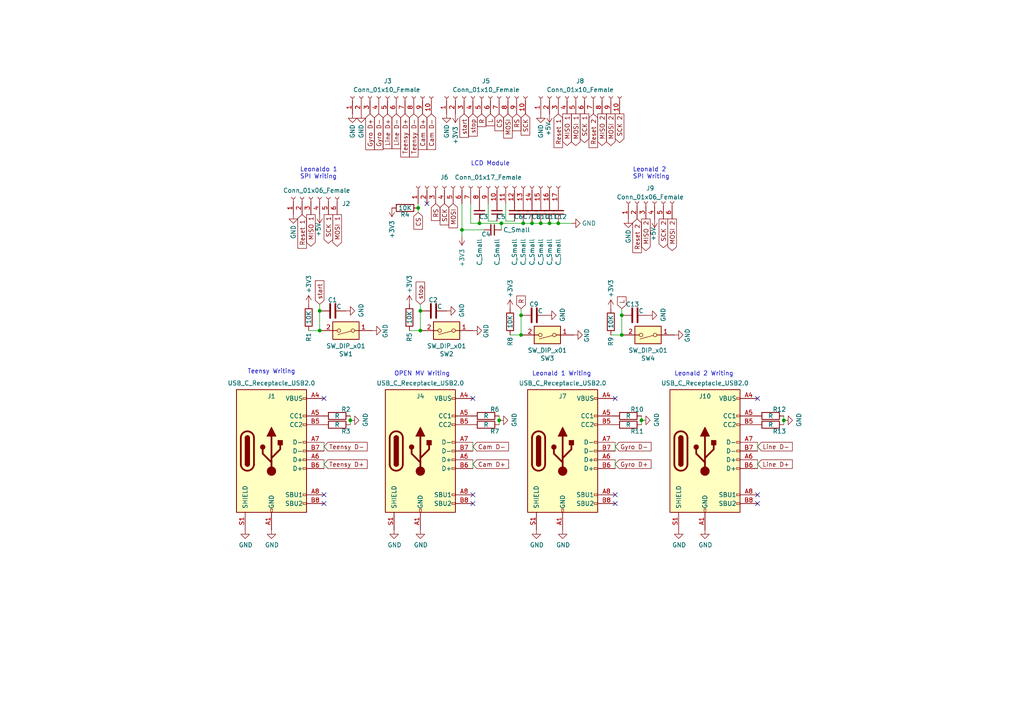
<source format=kicad_sch>
(kicad_sch (version 20211123) (generator eeschema)
  (paper "A4")
  (lib_symbols
    (symbol "Connector:Conn_01x06_Female" (pin_names (offset 1.016) hide)
      (property "Reference" "J" (at 0 7.62 0))
      (property "Value" "Conn_01x06_Female" (at 0 -10.16 0))
      (symbol "Conn_01x06_Female_1_1"
        (arc (start 0 -7.112) (mid -0.508 -7.62) (end 0 -8.128) (stroke (width 0.1524)))
        (arc (start 0 -4.572) (mid -0.508 -5.08) (end 0 -5.588) (stroke (width 0.1524)))
        (arc (start 0 -2.032) (mid -0.508 -2.54) (end 0 -3.048) (stroke (width 0.1524)))
        (polyline (pts (xy -1.27 -7.62) (xy -0.508 -7.62)) (stroke (width 0.1524)))
        (polyline (pts (xy -1.27 -5.08) (xy -0.508 -5.08)) (stroke (width 0.1524)))
        (polyline (pts (xy -1.27 -2.54) (xy -0.508 -2.54)) (stroke (width 0.1524)))
        (polyline (pts (xy -1.27 0) (xy -0.508 0)) (stroke (width 0.1524)))
        (polyline (pts (xy -1.27 2.54) (xy -0.508 2.54)) (stroke (width 0.1524)))
        (polyline (pts (xy -1.27 5.08) (xy -0.508 5.08)) (stroke (width 0.1524)))
        (arc (start 0 0.508) (mid -0.508 0) (end 0 -0.508) (stroke (width 0.1524)))
        (arc (start 0 3.048) (mid -0.508 2.54) (end 0 2.032) (stroke (width 0.1524)))
        (arc (start 0 5.588) (mid -0.508 5.08) (end 0 4.572) (stroke (width 0.1524)))
        (pin passive line (at -5.08 5.08 0) (length 3.81) (name "Pin_1") (number "1"))
        (pin passive line (at -5.08 2.54 0) (length 3.81) (name "Pin_2") (number "2"))
        (pin passive line (at -5.08 0 0) (length 3.81) (name "Pin_3") (number "3"))
        (pin passive line (at -5.08 -2.54 0) (length 3.81) (name "Pin_4") (number "4"))
        (pin passive line (at -5.08 -5.08 0) (length 3.81) (name "Pin_5") (number "5"))
        (pin passive line (at -5.08 -7.62 0) (length 3.81) (name "Pin_6") (number "6"))
      )
    )
    (symbol "Connector:Conn_01x10_Female" (pin_names (offset 1.016) hide)
      (property "Reference" "J" (at 0 12.7 0))
      (property "Value" "Conn_01x10_Female" (at 0 -15.24 0))
      (symbol "Conn_01x10_Female_1_1"
        (arc (start 0 -12.192) (mid -0.508 -12.7) (end 0 -13.208) (stroke (width 0.1524)))
        (arc (start 0 -9.652) (mid -0.508 -10.16) (end 0 -10.668) (stroke (width 0.1524)))
        (arc (start 0 -7.112) (mid -0.508 -7.62) (end 0 -8.128) (stroke (width 0.1524)))
        (arc (start 0 -4.572) (mid -0.508 -5.08) (end 0 -5.588) (stroke (width 0.1524)))
        (arc (start 0 -2.032) (mid -0.508 -2.54) (end 0 -3.048) (stroke (width 0.1524)))
        (polyline (pts (xy -1.27 -12.7) (xy -0.508 -12.7)) (stroke (width 0.1524)))
        (polyline (pts (xy -1.27 -10.16) (xy -0.508 -10.16)) (stroke (width 0.1524)))
        (polyline (pts (xy -1.27 -7.62) (xy -0.508 -7.62)) (stroke (width 0.1524)))
        (polyline (pts (xy -1.27 -5.08) (xy -0.508 -5.08)) (stroke (width 0.1524)))
        (polyline (pts (xy -1.27 -2.54) (xy -0.508 -2.54)) (stroke (width 0.1524)))
        (polyline (pts (xy -1.27 0) (xy -0.508 0)) (stroke (width 0.1524)))
        (polyline (pts (xy -1.27 2.54) (xy -0.508 2.54)) (stroke (width 0.1524)))
        (polyline (pts (xy -1.27 5.08) (xy -0.508 5.08)) (stroke (width 0.1524)))
        (polyline (pts (xy -1.27 7.62) (xy -0.508 7.62)) (stroke (width 0.1524)))
        (polyline (pts (xy -1.27 10.16) (xy -0.508 10.16)) (stroke (width 0.1524)))
        (arc (start 0 0.508) (mid -0.508 0) (end 0 -0.508) (stroke (width 0.1524)))
        (arc (start 0 3.048) (mid -0.508 2.54) (end 0 2.032) (stroke (width 0.1524)))
        (arc (start 0 5.588) (mid -0.508 5.08) (end 0 4.572) (stroke (width 0.1524)))
        (arc (start 0 8.128) (mid -0.508 7.62) (end 0 7.112) (stroke (width 0.1524)))
        (arc (start 0 10.668) (mid -0.508 10.16) (end 0 9.652) (stroke (width 0.1524)))
        (pin passive line (at -5.08 10.16 0) (length 3.81) (name "Pin_1") (number "1"))
        (pin passive line (at -5.08 -12.7 0) (length 3.81) (name "Pin_10") (number "10"))
        (pin passive line (at -5.08 7.62 0) (length 3.81) (name "Pin_2") (number "2"))
        (pin passive line (at -5.08 5.08 0) (length 3.81) (name "Pin_3") (number "3"))
        (pin passive line (at -5.08 2.54 0) (length 3.81) (name "Pin_4") (number "4"))
        (pin passive line (at -5.08 0 0) (length 3.81) (name "Pin_5") (number "5"))
        (pin passive line (at -5.08 -2.54 0) (length 3.81) (name "Pin_6") (number "6"))
        (pin passive line (at -5.08 -5.08 0) (length 3.81) (name "Pin_7") (number "7"))
        (pin passive line (at -5.08 -7.62 0) (length 3.81) (name "Pin_8") (number "8"))
        (pin passive line (at -5.08 -10.16 0) (length 3.81) (name "Pin_9") (number "9"))
      )
    )
    (symbol "Connector:Conn_01x17_Female" (pin_names (offset 1.016) hide)
      (property "Reference" "J" (at 0 22.86 0))
      (property "Value" "Conn_01x17_Female" (at 0 -22.86 0))
      (symbol "Conn_01x17_Female_1_1"
        (arc (start 0 -19.812) (mid -0.508 -20.32) (end 0 -20.828) (stroke (width 0.1524)))
        (arc (start 0 -17.272) (mid -0.508 -17.78) (end 0 -18.288) (stroke (width 0.1524)))
        (arc (start 0 -14.732) (mid -0.508 -15.24) (end 0 -15.748) (stroke (width 0.1524)))
        (arc (start 0 -12.192) (mid -0.508 -12.7) (end 0 -13.208) (stroke (width 0.1524)))
        (arc (start 0 -9.652) (mid -0.508 -10.16) (end 0 -10.668) (stroke (width 0.1524)))
        (arc (start 0 -7.112) (mid -0.508 -7.62) (end 0 -8.128) (stroke (width 0.1524)))
        (arc (start 0 -4.572) (mid -0.508 -5.08) (end 0 -5.588) (stroke (width 0.1524)))
        (arc (start 0 -2.032) (mid -0.508 -2.54) (end 0 -3.048) (stroke (width 0.1524)))
        (polyline (pts (xy -1.27 -20.32) (xy -0.508 -20.32)) (stroke (width 0.1524)))
        (polyline (pts (xy -1.27 -17.78) (xy -0.508 -17.78)) (stroke (width 0.1524)))
        (polyline (pts (xy -1.27 -15.24) (xy -0.508 -15.24)) (stroke (width 0.1524)))
        (polyline (pts (xy -1.27 -12.7) (xy -0.508 -12.7)) (stroke (width 0.1524)))
        (polyline (pts (xy -1.27 -10.16) (xy -0.508 -10.16)) (stroke (width 0.1524)))
        (polyline (pts (xy -1.27 -7.62) (xy -0.508 -7.62)) (stroke (width 0.1524)))
        (polyline (pts (xy -1.27 -5.08) (xy -0.508 -5.08)) (stroke (width 0.1524)))
        (polyline (pts (xy -1.27 -2.54) (xy -0.508 -2.54)) (stroke (width 0.1524)))
        (polyline (pts (xy -1.27 0) (xy -0.508 0)) (stroke (width 0.1524)))
        (polyline (pts (xy -1.27 2.54) (xy -0.508 2.54)) (stroke (width 0.1524)))
        (polyline (pts (xy -1.27 5.08) (xy -0.508 5.08)) (stroke (width 0.1524)))
        (polyline (pts (xy -1.27 7.62) (xy -0.508 7.62)) (stroke (width 0.1524)))
        (polyline (pts (xy -1.27 10.16) (xy -0.508 10.16)) (stroke (width 0.1524)))
        (polyline (pts (xy -1.27 12.7) (xy -0.508 12.7)) (stroke (width 0.1524)))
        (polyline (pts (xy -1.27 15.24) (xy -0.508 15.24)) (stroke (width 0.1524)))
        (polyline (pts (xy -1.27 17.78) (xy -0.508 17.78)) (stroke (width 0.1524)))
        (polyline (pts (xy -1.27 20.32) (xy -0.508 20.32)) (stroke (width 0.1524)))
        (arc (start 0 0.508) (mid -0.508 0) (end 0 -0.508) (stroke (width 0.1524)))
        (arc (start 0 3.048) (mid -0.508 2.54) (end 0 2.032) (stroke (width 0.1524)))
        (arc (start 0 5.588) (mid -0.508 5.08) (end 0 4.572) (stroke (width 0.1524)))
        (arc (start 0 8.128) (mid -0.508 7.62) (end 0 7.112) (stroke (width 0.1524)))
        (arc (start 0 10.668) (mid -0.508 10.16) (end 0 9.652) (stroke (width 0.1524)))
        (arc (start 0 13.208) (mid -0.508 12.7) (end 0 12.192) (stroke (width 0.1524)))
        (arc (start 0 15.748) (mid -0.508 15.24) (end 0 14.732) (stroke (width 0.1524)))
        (arc (start 0 18.288) (mid -0.508 17.78) (end 0 17.272) (stroke (width 0.1524)))
        (arc (start 0 20.828) (mid -0.508 20.32) (end 0 19.812) (stroke (width 0.1524)))
        (pin passive line (at -5.08 20.32 0) (length 3.81) (name "Pin_1") (number "1"))
        (pin passive line (at -5.08 -2.54 0) (length 3.81) (name "Pin_10") (number "10"))
        (pin passive line (at -5.08 -5.08 0) (length 3.81) (name "Pin_11") (number "11"))
        (pin passive line (at -5.08 -7.62 0) (length 3.81) (name "Pin_12") (number "12"))
        (pin passive line (at -5.08 -10.16 0) (length 3.81) (name "Pin_13") (number "13"))
        (pin passive line (at -5.08 -12.7 0) (length 3.81) (name "Pin_14") (number "14"))
        (pin passive line (at -5.08 -15.24 0) (length 3.81) (name "Pin_15") (number "15"))
        (pin passive line (at -5.08 -17.78 0) (length 3.81) (name "Pin_16") (number "16"))
        (pin passive line (at -5.08 -20.32 0) (length 3.81) (name "Pin_17") (number "17"))
        (pin passive line (at -5.08 17.78 0) (length 3.81) (name "Pin_2") (number "2"))
        (pin passive line (at -5.08 15.24 0) (length 3.81) (name "Pin_3") (number "3"))
        (pin passive line (at -5.08 12.7 0) (length 3.81) (name "Pin_4") (number "4"))
        (pin passive line (at -5.08 10.16 0) (length 3.81) (name "Pin_5") (number "5"))
        (pin passive line (at -5.08 7.62 0) (length 3.81) (name "Pin_6") (number "6"))
        (pin passive line (at -5.08 5.08 0) (length 3.81) (name "Pin_7") (number "7"))
        (pin passive line (at -5.08 2.54 0) (length 3.81) (name "Pin_8") (number "8"))
        (pin passive line (at -5.08 0 0) (length 3.81) (name "Pin_9") (number "9"))
      )
    )
    (symbol "Connector:USB_C_Receptacle_USB2.0" (pin_names (offset 1.016))
      (property "Reference" "J" (at -10.16 19.05 0))
      (property "Value" "USB_C_Receptacle_USB2.0" (at 19.05 19.05 0))
      (symbol "USB_C_Receptacle_USB2.0_0_0"
        (rectangle (start -0.254 -17.78) (end 0.254 -16.764))
        (rectangle (start 10.16 -14.986) (end 9.144 -15.494))
        (rectangle (start 10.16 -12.446) (end 9.144 -12.954))
        (rectangle (start 10.16 -4.826) (end 9.144 -5.334))
        (rectangle (start 10.16 -2.286) (end 9.144 -2.794))
        (rectangle (start 10.16 0.254) (end 9.144 -0.254))
        (rectangle (start 10.16 2.794) (end 9.144 2.286))
        (rectangle (start 10.16 7.874) (end 9.144 7.366))
        (rectangle (start 10.16 10.414) (end 9.144 9.906))
        (rectangle (start 10.16 15.494) (end 9.144 14.986))
      )
      (symbol "USB_C_Receptacle_USB2.0_0_1"
        (rectangle (start -10.16 17.78) (end 10.16 -17.78) (stroke (width 0.254)) (fill (type background)))
        (arc (start -8.89 -3.81) (mid -6.985 -5.715) (end -5.08 -3.81) (stroke (width 0.508)))
        (arc (start -7.62 -3.81) (mid -6.985 -4.445) (end -6.35 -3.81) (stroke (width 0.254)))
        (arc (start -7.62 -3.81) (mid -6.985 -4.445) (end -6.35 -3.81) (stroke (width 0.254)) (fill (type outline)))
        (rectangle (start -7.62 -3.81) (end -6.35 3.81) (stroke (width 0.254)) (fill (type outline)))
        (arc (start -6.35 3.81) (mid -6.985 4.445) (end -7.62 3.81) (stroke (width 0.254)))
        (arc (start -6.35 3.81) (mid -6.985 4.445) (end -7.62 3.81) (stroke (width 0.254)) (fill (type outline)))
        (arc (start -5.08 3.81) (mid -6.985 5.715) (end -8.89 3.81) (stroke (width 0.508)))
        (circle (center -2.54 1.143) (radius 0.635) (stroke (width 0.254)) (fill (type outline)))
        (circle (center 0 -5.842) (radius 1.27) (fill (type outline)))
        (polyline (pts (xy -8.89 -3.81) (xy -8.89 3.81)) (stroke (width 0.508)))
        (polyline (pts (xy -5.08 3.81) (xy -5.08 -3.81)) (stroke (width 0.508)))
        (polyline (pts (xy 0 -5.842) (xy 0 4.318)) (stroke (width 0.508)))
        (polyline (pts (xy 0 -3.302) (xy -2.54 -0.762) (xy -2.54 0.508)) (stroke (width 0.508)))
        (polyline (pts (xy 0 -2.032) (xy 2.54 0.508) (xy 2.54 1.778)) (stroke (width 0.508)))
        (polyline (pts (xy -1.27 4.318) (xy 0 6.858) (xy 1.27 4.318) (xy -1.27 4.318)) (stroke (width 0.254)) (fill (type outline)))
        (rectangle (start 1.905 1.778) (end 3.175 3.048) (stroke (width 0.254)) (fill (type outline)))
      )
      (symbol "USB_C_Receptacle_USB2.0_1_1"
        (pin passive line (at 0 -22.86 90) (length 5.08) (name "GND") (number "A1"))
        (pin passive line (at 0 -22.86 90) (length 5.08) hide (name "GND") (number "A12"))
        (pin passive line (at 15.24 15.24 180) (length 5.08) (name "VBUS") (number "A4"))
        (pin bidirectional line (at 15.24 10.16 180) (length 5.08) (name "CC1") (number "A5"))
        (pin bidirectional line (at 15.24 -2.54 180) (length 5.08) (name "D+") (number "A6"))
        (pin bidirectional line (at 15.24 2.54 180) (length 5.08) (name "D-") (number "A7"))
        (pin bidirectional line (at 15.24 -12.7 180) (length 5.08) (name "SBU1") (number "A8"))
        (pin passive line (at 15.24 15.24 180) (length 5.08) hide (name "VBUS") (number "A9"))
        (pin passive line (at 0 -22.86 90) (length 5.08) hide (name "GND") (number "B1"))
        (pin passive line (at 0 -22.86 90) (length 5.08) hide (name "GND") (number "B12"))
        (pin passive line (at 15.24 15.24 180) (length 5.08) hide (name "VBUS") (number "B4"))
        (pin bidirectional line (at 15.24 7.62 180) (length 5.08) (name "CC2") (number "B5"))
        (pin bidirectional line (at 15.24 -5.08 180) (length 5.08) (name "D+") (number "B6"))
        (pin bidirectional line (at 15.24 0 180) (length 5.08) (name "D-") (number "B7"))
        (pin bidirectional line (at 15.24 -15.24 180) (length 5.08) (name "SBU2") (number "B8"))
        (pin passive line (at 15.24 15.24 180) (length 5.08) hide (name "VBUS") (number "B9"))
        (pin passive line (at -7.62 -22.86 90) (length 5.08) (name "SHIELD") (number "S1"))
      )
    )
    (symbol "Device:C" (pin_numbers hide) (pin_names (offset 0.254))
      (property "Reference" "C" (at 0.635 2.54 0))
      (property "Value" "C" (at 0.635 -2.54 0))
      (symbol "C_0_1"
        (polyline (pts (xy -2.032 -0.762) (xy 2.032 -0.762)) (stroke (width 0.508)))
        (polyline (pts (xy -2.032 0.762) (xy 2.032 0.762)) (stroke (width 0.508)))
      )
      (symbol "C_1_1"
        (pin passive line (at 0 3.81 270) (length 2.794) (name "~") (number "1"))
        (pin passive line (at 0 -3.81 90) (length 2.794) (name "~") (number "2"))
      )
    )
    (symbol "Device:C_Small" (pin_numbers hide) (pin_names (offset 0.254) hide)
      (property "Reference" "C" (at 0.254 1.778 0))
      (property "Value" "C_Small" (at 0.254 -2.032 0))
      (symbol "C_Small_0_1"
        (polyline (pts (xy -1.524 -0.508) (xy 1.524 -0.508)) (stroke (width 0.3302)))
        (polyline (pts (xy -1.524 0.508) (xy 1.524 0.508)) (stroke (width 0.3048)))
      )
      (symbol "C_Small_1_1"
        (pin passive line (at 0 2.54 270) (length 2.032) (name "~") (number "1"))
        (pin passive line (at 0 -2.54 90) (length 2.032) (name "~") (number "2"))
      )
    )
    (symbol "Device:R" (pin_numbers hide) (pin_names (offset 0))
      (property "Reference" "R" (at 2.032 0 90))
      (property "Value" "R" (at 0 0 90))
      (symbol "R_0_1"
        (rectangle (start -1.016 -2.54) (end 1.016 2.54) (stroke (width 0.254)))
      )
      (symbol "R_1_1"
        (pin passive line (at 0 3.81 270) (length 1.27) (name "~") (number "1"))
        (pin passive line (at 0 -3.81 90) (length 1.27) (name "~") (number "2"))
      )
    )
    (symbol "Switch:SW_DIP_x01" (pin_names (offset 0) hide)
      (property "Reference" "SW" (at 0 3.81 0))
      (property "Value" "SW_DIP_x01" (at 0 -3.81 0))
      (symbol "SW_DIP_x01_0_0"
        (circle (center -2.032 0) (radius 0.508))
        (polyline (pts (xy -1.524 0.127) (xy 2.3622 1.1684)))
        (circle (center 2.032 0) (radius 0.508))
      )
      (symbol "SW_DIP_x01_0_1"
        (rectangle (start -3.81 2.54) (end 3.81 -2.54) (stroke (width 0.254)) (fill (type background)))
      )
      (symbol "SW_DIP_x01_1_1"
        (pin passive line (at -7.62 0 0) (length 5.08) (name "~") (number "1"))
        (pin passive line (at 7.62 0 180) (length 5.08) (name "~") (number "2"))
      )
    )
    (symbol "power:+3.3V" (power) (pin_names (offset 0))
      (property "Value" "+3.3V" (at 0 3.556 0))
      (symbol "+3.3V_0_1"
        (polyline (pts (xy -0.762 1.27) (xy 0 2.54)))
        (polyline (pts (xy 0 0) (xy 0 2.54)))
        (polyline (pts (xy 0 2.54) (xy 0.762 1.27)))
      )
      (symbol "+3.3V_1_1"
        (pin power_in line (at 0 0 90) (length 0) hide (name "+3V3") (number "1"))
      )
    )
    (symbol "power:+5V" (power) (pin_names (offset 0))
      (property "Value" "+5V" (at 0 3.556 0))
      (symbol "+5V_0_1"
        (polyline (pts (xy -0.762 1.27) (xy 0 2.54)))
        (polyline (pts (xy 0 0) (xy 0 2.54)))
        (polyline (pts (xy 0 2.54) (xy 0.762 1.27)))
      )
      (symbol "+5V_1_1"
        (pin power_in line (at 0 0 90) (length 0) hide (name "+5V") (number "1"))
      )
    )
    (symbol "power:GND" (power) (pin_names (offset 0))
      (property "Value" "GND" (at 0 -3.81 0))
      (symbol "GND_0_1"
        (polyline (pts (xy 0 0) (xy 0 -1.27) (xy 1.27 -1.27) (xy 0 -2.54) (xy -1.27 -1.27) (xy 0 -1.27)))
      )
      (symbol "GND_1_1"
        (pin power_in line (at 0 0 270) (length 0) hide (name "GND") (number "1"))
      )
    )
  )
  (junction (at 151.13 91.44))
  (junction (at 161.925 64.77))
  (junction (at 101.6 121.92))
  (junction (at 180.34 97.155))
  (junction (at 92.71 90.17))
  (junction (at 151.13 97.155))
  (junction (at 145.415 64.77))
  (junction (at 151.765 64.77))
  (junction (at 186.055 121.92))
  (junction (at 159.385 64.77))
  (junction (at 133.985 66.675))
  (junction (at 180.34 91.44))
  (junction (at 156.845 64.77))
  (junction (at 144.78 121.92))
  (junction (at 121.285 60.325))
  (junction (at 227.33 121.92))
  (junction (at 139.065 64.77))
  (junction (at 92.71 95.885))
  (junction (at 121.92 90.17))
  (junction (at 154.305 64.77))
  (junction (at 121.92 95.885))
  (no_connect (at 123.825 59.055))
  (no_connect (at 93.98 115.57))
  (no_connect (at 93.98 146.05))
  (no_connect (at 93.98 143.51))
  (no_connect (at 137.16 115.57))
  (no_connect (at 137.16 143.51))
  (no_connect (at 137.16 146.05))
  (no_connect (at 219.71 115.57))
  (no_connect (at 178.435 143.51))
  (no_connect (at 178.435 146.05))
  (no_connect (at 219.71 143.51))
  (no_connect (at 219.71 146.05))
  (no_connect (at 178.435 115.57))
  (wire (pts (xy 186.055 120.65) (xy 186.055 121.92)))
  (wire (pts (xy 136.525 64.77) (xy 139.065 64.77)))
  (wire (pts (xy 219.71 133.35) (xy 219.71 135.89)))
  (wire (pts (xy 180.34 97.155) (xy 180.34 91.44)))
  (wire (pts (xy 156.845 64.77) (xy 156.845 64.135)))
  (wire (pts (xy 159.385 64.77) (xy 161.925 64.77)))
  (wire (pts (xy 101.6 120.65) (xy 101.6 121.92)))
  (wire (pts (xy 92.71 95.885) (xy 92.71 90.17)))
  (wire (pts (xy 139.065 64.77) (xy 139.065 64.135)))
  (wire (pts (xy 151.13 89.535) (xy 151.13 91.44)))
  (wire (pts (xy 151.765 64.77) (xy 151.765 64.135)))
  (wire (pts (xy 161.925 64.77) (xy 161.925 64.135)))
  (wire (pts (xy 147.955 97.155) (xy 151.13 97.155)))
  (wire (pts (xy 139.065 64.77) (xy 145.415 64.77)))
  (wire (pts (xy 93.98 133.35) (xy 93.98 135.89)))
  (wire (pts (xy 92.71 88.265) (xy 92.71 90.17)))
  (wire (pts (xy 151.765 64.77) (xy 154.305 64.77)))
  (wire (pts (xy 137.16 133.35) (xy 137.16 135.89)))
  (wire (pts (xy 178.435 128.27) (xy 178.435 130.81)))
  (wire (pts (xy 178.435 133.35) (xy 178.435 135.89)))
  (wire (pts (xy 144.78 120.65) (xy 144.78 121.92)))
  (wire (pts (xy 177.165 97.155) (xy 180.34 97.155)))
  (wire (pts (xy 154.305 64.77) (xy 156.845 64.77)))
  (wire (pts (xy 186.055 121.92) (xy 186.055 123.19)))
  (wire (pts (xy 133.985 66.675) (xy 133.985 59.055)))
  (wire (pts (xy 121.285 60.325) (xy 121.285 59.055)))
  (wire (pts (xy 121.92 88.265) (xy 121.92 90.17)))
  (wire (pts (xy 151.13 97.155) (xy 151.13 91.44)))
  (wire (pts (xy 121.285 61.595) (xy 121.285 60.325)))
  (wire (pts (xy 180.34 89.535) (xy 180.34 91.44)))
  (wire (pts (xy 140.335 66.675) (xy 133.985 66.675)))
  (wire (pts (xy 144.78 121.92) (xy 144.78 123.19)))
  (wire (pts (xy 159.385 64.77) (xy 159.385 64.135)))
  (wire (pts (xy 161.925 64.77) (xy 165.735 64.77)))
  (wire (pts (xy 146.685 64.135) (xy 149.225 64.135)))
  (wire (pts (xy 154.305 64.77) (xy 154.305 64.135)))
  (wire (pts (xy 156.845 64.77) (xy 159.385 64.77)))
  (wire (pts (xy 141.605 64.135) (xy 141.605 59.055)))
  (wire (pts (xy 118.745 95.885) (xy 121.92 95.885)))
  (wire (pts (xy 133.985 68.58) (xy 133.985 66.675)))
  (wire (pts (xy 145.415 64.77) (xy 151.765 64.77)))
  (wire (pts (xy 146.685 59.055) (xy 146.685 64.135)))
  (wire (pts (xy 219.71 128.27) (xy 219.71 130.81)))
  (wire (pts (xy 227.33 121.92) (xy 227.33 123.19)))
  (wire (pts (xy 137.16 128.27) (xy 137.16 130.81)))
  (wire (pts (xy 101.6 121.92) (xy 101.6 123.19)))
  (wire (pts (xy 89.535 95.885) (xy 92.71 95.885)))
  (wire (pts (xy 145.415 66.675) (xy 145.415 64.77)))
  (wire (pts (xy 227.33 120.65) (xy 227.33 121.92)))
  (wire (pts (xy 93.98 128.27) (xy 93.98 130.81)))
  (wire (pts (xy 136.525 59.055) (xy 136.525 64.77)))
  (wire (pts (xy 144.145 64.135) (xy 141.605 64.135)))
  (wire (pts (xy 121.92 95.885) (xy 121.92 90.17)))
  (text "OPEN MV Writing" (at 114.3 109.22 0) (effects (font (size 1.27 1.27)) (justify left bottom)))
  (text "Leonald 1 Writing " (at 154.305 109.22 0) (effects (font (size 1.27 1.27)) (justify left bottom)))
  (text "Leonaldo 1 \nSPI Writing\n" (at 86.995 52.07 0) (effects (font (size 1.27 1.27)) (justify left bottom)))
  (text "Leonald 2\nSPI Writing" (at 183.515 52.07 0) (effects (font (size 1.27 1.27)) (justify left bottom)))
  (text "Leonald 2 Writing " (at 195.58 109.22 0) (effects (font (size 1.27 1.27)) (justify left bottom)))
  (text "Teensy Writing " (at 71.755 108.585 0) (effects (font (size 1.27 1.27)) (justify left bottom)))
  (text "LCD Module\n" (at 136.525 48.26 0) (effects (font (size 1.27 1.27)) (justify left bottom)))
  (global_label "Reset 2" (shape input) (at 172.085 33.02 270) (property "Intersheet References" "${INTERSHEET_REFS}" (effects hide)))
  (global_label "SCK 2" (shape output) (at 179.705 33.02 270) (property "Intersheet References" "${INTERSHEET_REFS}" (effects hide)))
  (global_label "L" (shape input) (at 180.34 89.535 90) (property "Intersheet References" "${INTERSHEET_REFS}" (effects hide)))
  (global_label "Teensy D-" (shape input) (at 120.015 33.02 270) (property "Intersheet References" "${INTERSHEET_REFS}" (effects hide)))
  (global_label "MOSI" (shape input) (at 147.32 33.02 270) (property "Intersheet References" "${INTERSHEET_REFS}" (effects hide)))
  (global_label "MISO 2" (shape output) (at 187.325 63.5 270) (property "Intersheet References" "${INTERSHEET_REFS}" (effects hide)))
  (global_label "start" (shape input) (at 134.62 33.02 270) (property "Intersheet References" "${INTERSHEET_REFS}" (effects hide)))
  (global_label "MOSI 2" (shape output) (at 177.165 33.02 270) (property "Intersheet References" "${INTERSHEET_REFS}" (effects hide)))
  (global_label "MISO 1" (shape output) (at 164.465 33.02 270) (property "Intersheet References" "${INTERSHEET_REFS}" (effects hide)))
  (global_label "stop" (shape input) (at 121.92 88.265 90) (property "Intersheet References" "${INTERSHEET_REFS}" (effects hide)))
  (global_label "Reset 1" (shape input) (at 161.925 33.02 270) (property "Intersheet References" "${INTERSHEET_REFS}" (effects hide)))
  (global_label "SCK 1" (shape output) (at 95.25 62.23 270) (property "Intersheet References" "${INTERSHEET_REFS}" (effects hide)))
  (global_label "L" (shape input) (at 142.24 33.02 270) (property "Intersheet References" "${INTERSHEET_REFS}" (effects hide)))
  (global_label "RS" (shape input) (at 126.365 59.055 270) (property "Intersheet References" "${INTERSHEET_REFS}" (effects hide)))
  (global_label "CS" (shape input) (at 144.78 33.02 270) (property "Intersheet References" "${INTERSHEET_REFS}" (effects hide)))
  (global_label "start" (shape input) (at 92.71 88.265 90) (property "Intersheet References" "${INTERSHEET_REFS}" (effects hide)))
  (global_label "Line D+" (shape input) (at 219.71 134.62 0) (property "Intersheet References" "${INTERSHEET_REFS}" (effects hide)))
  (global_label "MISO 1" (shape output) (at 90.17 62.23 270) (property "Intersheet References" "${INTERSHEET_REFS}" (effects hide)))
  (global_label "Gyro D-" (shape input) (at 109.855 33.02 270) (property "Intersheet References" "${INTERSHEET_REFS}" (effects hide)))
  (global_label "Teensy D+" (shape input) (at 117.475 33.02 270) (property "Intersheet References" "${INTERSHEET_REFS}" (effects hide)))
  (global_label "Gyro D+" (shape input) (at 178.435 134.62 0) (property "Intersheet References" "${INTERSHEET_REFS}" (effects hide)))
  (global_label "R" (shape input) (at 151.13 89.535 90) (property "Intersheet References" "${INTERSHEET_REFS}" (effects hide)))
  (global_label "SCK 1" (shape output) (at 169.545 33.02 270) (property "Intersheet References" "${INTERSHEET_REFS}" (effects hide)))
  (global_label "SCK" (shape input) (at 128.905 59.055 270) (property "Intersheet References" "${INTERSHEET_REFS}" (effects hide)))
  (global_label "MOSI" (shape input) (at 131.445 59.055 270) (property "Intersheet References" "${INTERSHEET_REFS}" (effects hide)))
  (global_label "SCK" (shape input) (at 152.4 33.02 270) (property "Intersheet References" "${INTERSHEET_REFS}" (effects hide)))
  (global_label "CS" (shape input) (at 121.285 61.595 270) (property "Intersheet References" "${INTERSHEET_REFS}" (effects hide)))
  (global_label "Cam D-" (shape input) (at 125.095 33.02 270) (property "Intersheet References" "${INTERSHEET_REFS}" (effects hide)))
  (global_label "Reset 2" (shape input) (at 184.785 63.5 270) (property "Intersheet References" "${INTERSHEET_REFS}" (effects hide)))
  (global_label "Cam D+" (shape input) (at 137.16 134.62 0) (property "Intersheet References" "${INTERSHEET_REFS}" (effects hide)))
  (global_label "MISO 2" (shape output) (at 174.625 33.02 270) (property "Intersheet References" "${INTERSHEET_REFS}" (effects hide)))
  (global_label "Gyro D-" (shape input) (at 178.435 129.54 0) (property "Intersheet References" "${INTERSHEET_REFS}" (effects hide)))
  (global_label "RS" (shape input) (at 149.86 33.02 270) (property "Intersheet References" "${INTERSHEET_REFS}" (effects hide)))
  (global_label "Cam D-" (shape input) (at 137.16 129.54 0) (property "Intersheet References" "${INTERSHEET_REFS}" (effects hide)))
  (global_label "Line D-" (shape input) (at 114.935 33.02 270) (property "Intersheet References" "${INTERSHEET_REFS}" (effects hide)))
  (global_label "Line D+" (shape input) (at 112.395 33.02 270) (property "Intersheet References" "${INTERSHEET_REFS}" (effects hide)))
  (global_label "stop" (shape input) (at 137.16 33.02 270) (property "Intersheet References" "${INTERSHEET_REFS}" (effects hide)))
  (global_label "SCK 2" (shape output) (at 192.405 63.5 270) (property "Intersheet References" "${INTERSHEET_REFS}" (effects hide)))
  (global_label "Reset 1" (shape input) (at 87.63 62.23 270) (property "Intersheet References" "${INTERSHEET_REFS}" (effects hide)))
  (global_label "R" (shape input) (at 139.7 33.02 270) (property "Intersheet References" "${INTERSHEET_REFS}" (effects hide)))
  (global_label "MOSI 1" (shape output) (at 97.79 62.23 270) (property "Intersheet References" "${INTERSHEET_REFS}" (effects hide)))
  (global_label "MOSI 2" (shape output) (at 194.945 63.5 270) (property "Intersheet References" "${INTERSHEET_REFS}" (effects hide)))
  (global_label "MOSI 1" (shape output) (at 167.005 33.02 270) (property "Intersheet References" "${INTERSHEET_REFS}" (effects hide)))
  (global_label "Line D-" (shape input) (at 219.71 129.54 0) (property "Intersheet References" "${INTERSHEET_REFS}" (effects hide)))
  (global_label "Teensy D+" (shape input) (at 93.98 134.62 0) (property "Intersheet References" "${INTERSHEET_REFS}" (effects hide)))
  (global_label "Gyro D+" (shape input) (at 107.315 33.02 270) (property "Intersheet References" "${INTERSHEET_REFS}" (effects hide)))
  (global_label "Teensy D-" (shape input) (at 93.98 129.54 0) (property "Intersheet References" "${INTERSHEET_REFS}" (effects hide)))
  (global_label "Cam D+" (shape input) (at 122.555 33.02 270) (property "Intersheet References" "${INTERSHEET_REFS}" (effects hide)))
  (symbol (lib_id "power:+3.3V") (at 133.985 68.58 180) (unit 1)
    (property "Reference" "#PWR018" (effects hide))
    (property "Value" "+3.3V" (at 133.985 77.47 90) (effects (justify right)))
  )
  (symbol (lib_id "power:GND") (at 85.09 62.23 0) (unit 1)
    (property "Reference" "#PWR03" (effects hide))
    (property "Value" "GND" (at 85.09 67.31 90))
  )
  (symbol (lib_id "Device:R") (at 147.955 93.345 0) (unit 1)
    (property "Reference" "R8" (at 147.955 99.06 90))
    (property "Value" "10K" (at 147.955 93.345 90))
    (property "Footprint" "Resistor_SMD:R_0402_1005Metric" (effects hide))
  )
  (symbol (lib_id "Device:R") (at 97.79 120.65 90) (unit 1)
    (property "Reference" "R2" (at 100.33 118.745 90))
    (property "Value" "R" (at 97.79 120.65 90))
    (property "Footprint" "Resistor_SMD:R_0402_1005Metric" (effects hide))
  )
  (symbol (lib_id "power:GND") (at 144.78 121.92 90) (unit 1)
    (property "Reference" "#PWR020" (effects hide))
    (property "Value" "GND" (at 149.1742 121.793 0))
  )
  (symbol (lib_id "power:GND") (at 166.37 97.155 90) (unit 1)
    (property "Reference" "#PWR028" (effects hide))
    (property "Value" "GND" (at 170.18 95.25 0) (effects (justify right)))
  )
  (symbol (lib_id "Device:C_Small") (at 161.925 61.595 180) (unit 1)
    (property "Reference" "C12" (at 164.465 62.865 0) (effects (justify left)))
    (property "Value" "C_Small" (at 161.925 69.215 90) (effects (justify left)))
    (property "Footprint" "Capacitor_SMD:C_0402_1005Metric" (effects hide))
  )
  (symbol (lib_id "Connector:Conn_01x10_Female") (at 139.7 27.94 90) (unit 1)
    (property "Reference" "J5" (at 140.97 23.495 90))
    (property "Value" "Conn_01x10_Female" (at 140.97 26.035 90))
    (property "Footprint" "Connector_PinHeader_2.54mm:PinHeader_1x10_P2.54mm_Vertical" (effects hide))
  )
  (symbol (lib_id "power:GND") (at 114.3 153.67 0) (unit 1)
    (property "Reference" "#PWR012" (effects hide))
    (property "Value" "GND" (at 114.427 158.0642 0))
  )
  (symbol (lib_id "Connector:Conn_01x10_Female") (at 167.005 27.94 90) (unit 1)
    (property "Reference" "J8" (at 168.275 23.495 90))
    (property "Value" "Conn_01x10_Female" (at 168.275 26.035 90))
    (property "Footprint" "Connector_PinHeader_2.54mm:PinHeader_1x10_P2.54mm_Vertical" (effects hide))
  )
  (symbol (lib_id "Switch:SW_DIP_x01") (at 100.33 95.885 180) (unit 1)
    (property "Reference" "SW1" (at 100.33 102.6668 0))
    (property "Value" "SW_DIP_x01" (at 100.33 100.3554 0))
    (property "Footprint" "Button_Switch_THT:SW_PUSH_6mm_H5mm" (effects hide))
  )
  (symbol (lib_id "Device:C_Small") (at 156.845 61.595 180) (unit 1)
    (property "Reference" "C10" (at 159.385 62.865 0) (effects (justify left)))
    (property "Value" "C_Small" (at 156.845 69.215 90) (effects (justify left)))
    (property "Footprint" "Capacitor_SMD:C_0402_1005Metric" (effects hide))
  )
  (symbol (lib_id "power:+3.3V") (at 89.535 88.265 0) (unit 1)
    (property "Reference" "#PWR04" (effects hide))
    (property "Value" "+3.3V" (at 89.535 85.09 90) (effects (justify left)))
  )
  (symbol (lib_id "Device:C") (at 125.73 90.17 90) (unit 1)
    (property "Reference" "C2" (at 127 86.995 90) (effects (justify left)))
    (property "Value" "C" (at 128.27 88.9 90) (effects (justify left)))
    (property "Footprint" "Capacitor_SMD:C_0402_1005Metric" (effects hide))
  )
  (symbol (lib_id "Device:C_Small") (at 144.145 61.595 180) (unit 1)
    (property "Reference" "C5" (at 146.685 62.865 0) (effects (justify left)))
    (property "Value" "C_Small" (at 144.145 69.215 90) (effects (justify left)))
    (property "Footprint" "Capacitor_SMD:C_0402_1005Metric" (effects hide))
  )
  (symbol (lib_id "Device:R") (at 118.745 92.075 0) (unit 1)
    (property "Reference" "R5" (at 118.745 97.79 90))
    (property "Value" "10K" (at 118.745 92.075 90))
    (property "Footprint" "Resistor_SMD:R_0402_1005Metric" (effects hide))
  )
  (symbol (lib_id "power:GND") (at 165.735 64.77 90) (unit 1)
    (property "Reference" "#PWR027" (effects hide))
    (property "Value" "GND" (at 170.815 64.77 90))
  )
  (symbol (lib_id "Device:R") (at 97.79 123.19 90) (unit 1)
    (property "Reference" "R3" (at 100.33 125.095 90))
    (property "Value" "R" (at 97.79 123.19 90))
    (property "Footprint" "Resistor_SMD:R_0402_1005Metric" (effects hide))
  )
  (symbol (lib_id "Device:C") (at 154.94 91.44 90) (unit 1)
    (property "Reference" "C9" (at 156.21 88.265 90) (effects (justify left)))
    (property "Value" "C" (at 157.48 90.17 90) (effects (justify left)))
    (property "Footprint" "Capacitor_SMD:C_0402_1005Metric" (effects hide))
  )
  (symbol (lib_id "power:GND") (at 101.6 121.92 90) (unit 1)
    (property "Reference" "#PWR07" (effects hide))
    (property "Value" "GND" (at 105.9942 121.793 0))
  )
  (symbol (lib_id "Connector:USB_C_Receptacle_USB2.0") (at 121.92 130.81 0) (unit 1)
    (property "Reference" "J4" (at 121.92 114.935 0))
    (property "Value" "USB_C_Receptacle_USB2.0" (at 121.92 111.125 0))
    (property "Footprint" "Connector_USB:USB_C_Receptacle_XKB_U262-16XN-4BVC11" (effects hide))
    (property "Datasheet" "https://www.usb.org/sites/default/files/documents/usb_type-c.zip" (effects hide))
  )
  (symbol (lib_id "Device:R") (at 182.245 120.65 90) (unit 1)
    (property "Reference" "R10" (at 184.785 118.745 90))
    (property "Value" "R" (at 182.245 120.65 90))
    (property "Footprint" "Resistor_SMD:R_0402_1005Metric" (effects hide))
  )
  (symbol (lib_id "power:GND") (at 227.33 121.92 90) (unit 1)
    (property "Reference" "#PWR037" (effects hide))
    (property "Value" "GND" (at 231.7242 121.793 0))
  )
  (symbol (lib_id "Device:C_Small") (at 151.765 61.595 180) (unit 1)
    (property "Reference" "C7" (at 154.305 62.865 0) (effects (justify left)))
    (property "Value" "C_Small" (at 151.765 69.215 90) (effects (justify left)))
    (property "Footprint" "Capacitor_SMD:C_0402_1005Metric" (effects hide))
  )
  (symbol (lib_id "Device:R") (at 140.97 120.65 90) (unit 1)
    (property "Reference" "R6" (at 143.51 118.745 90))
    (property "Value" "R" (at 140.97 120.65 90))
    (property "Footprint" "Resistor_SMD:R_0402_1005Metric" (effects hide))
  )
  (symbol (lib_id "power:GND") (at 78.74 153.67 0) (unit 1)
    (property "Reference" "#PWR02" (effects hide))
    (property "Value" "GND" (at 78.867 158.0642 0))
  )
  (symbol (lib_id "power:+3.3V") (at 147.955 89.535 0) (unit 1)
    (property "Reference" "#PWR021" (effects hide))
    (property "Value" "+3.3V" (at 147.955 86.36 90) (effects (justify left)))
  )
  (symbol (lib_id "power:GND") (at 137.16 95.885 90) (unit 1)
    (property "Reference" "#PWR019" (effects hide))
    (property "Value" "GND" (at 140.97 93.98 0) (effects (justify right)))
  )
  (symbol (lib_id "power:GND") (at 71.12 153.67 0) (unit 1)
    (property "Reference" "#PWR01" (effects hide))
    (property "Value" "GND" (at 71.247 158.0642 0))
  )
  (symbol (lib_id "Switch:SW_DIP_x01") (at 158.75 97.155 180) (unit 1)
    (property "Reference" "SW3" (at 158.75 103.9368 0))
    (property "Value" "SW_DIP_x01" (at 158.75 101.6254 0))
    (property "Footprint" "Button_Switch_THT:SW_PUSH_6mm_H5mm" (effects hide))
  )
  (symbol (lib_id "Device:R") (at 223.52 123.19 90) (unit 1)
    (property "Reference" "R13" (at 226.06 125.095 90))
    (property "Value" "R" (at 223.52 123.19 90))
    (property "Footprint" "Resistor_SMD:R_0402_1005Metric" (effects hide))
  )
  (symbol (lib_id "Device:R") (at 140.97 123.19 90) (unit 1)
    (property "Reference" "R7" (at 143.51 125.095 90))
    (property "Value" "R" (at 140.97 123.19 90))
    (property "Footprint" "Resistor_SMD:R_0402_1005Metric" (effects hide))
  )
  (symbol (lib_id "Device:C_Small") (at 159.385 61.595 180) (unit 1)
    (property "Reference" "C11" (at 161.925 62.865 0) (effects (justify left)))
    (property "Value" "C_Small" (at 159.385 69.215 90) (effects (justify left)))
    (property "Footprint" "Capacitor_SMD:C_0402_1005Metric" (effects hide))
  )
  (symbol (lib_id "power:GND") (at 104.775 33.02 0) (unit 1)
    (property "Reference" "#PWR09" (effects hide))
    (property "Value" "GND" (at 104.775 38.1 90))
  )
  (symbol (lib_id "Device:C_Small") (at 154.305 61.595 180) (unit 1)
    (property "Reference" "C8" (at 156.845 62.865 0) (effects (justify left)))
    (property "Value" "C_Small" (at 154.305 69.215 90) (effects (justify left)))
    (property "Footprint" "Capacitor_SMD:C_0402_1005Metric" (effects hide))
  )
  (symbol (lib_id "power:GND") (at 155.575 153.67 0) (unit 1)
    (property "Reference" "#PWR022" (effects hide))
    (property "Value" "GND" (at 155.702 158.0642 0))
  )
  (symbol (lib_id "power:+3.3V") (at 177.165 89.535 0) (unit 1)
    (property "Reference" "#PWR029" (effects hide))
    (property "Value" "+3.3V" (at 177.165 86.36 90) (effects (justify left)))
  )
  (symbol (lib_id "power:GND") (at 129.54 90.17 90) (unit 1)
    (property "Reference" "#PWR016" (effects hide))
    (property "Value" "GND" (at 133.9342 90.043 0))
  )
  (symbol (lib_id "Connector:USB_C_Receptacle_USB2.0") (at 204.47 130.81 0) (unit 1)
    (property "Reference" "J10" (at 204.47 114.935 0))
    (property "Value" "USB_C_Receptacle_USB2.0" (at 204.47 111.125 0))
    (property "Footprint" "Connector_USB:USB_C_Receptacle_XKB_U262-16XN-4BVC11" (effects hide))
    (property "Datasheet" "https://www.usb.org/sites/default/files/documents/usb_type-c.zip" (effects hide))
  )
  (symbol (lib_id "Device:R") (at 89.535 92.075 0) (unit 1)
    (property "Reference" "R1" (at 89.535 97.79 90))
    (property "Value" "10K" (at 89.535 92.075 90))
    (property "Footprint" "Resistor_SMD:R_0402_1005Metric" (effects hide))
  )
  (symbol (lib_id "power:GND") (at 163.195 153.67 0) (unit 1)
    (property "Reference" "#PWR026" (effects hide))
    (property "Value" "GND" (at 163.322 158.0642 0))
  )
  (symbol (lib_id "power:GND") (at 186.055 121.92 90) (unit 1)
    (property "Reference" "#PWR031" (effects hide))
    (property "Value" "GND" (at 190.4492 121.793 0))
  )
  (symbol (lib_id "Switch:SW_DIP_x01") (at 187.96 97.155 180) (unit 1)
    (property "Reference" "SW4" (at 187.96 103.9368 0))
    (property "Value" "SW_DIP_x01" (at 187.96 101.6254 0))
    (property "Footprint" "Button_Switch_THT:SW_PUSH_6mm_H5mm" (effects hide))
  )
  (symbol (lib_id "power:GND") (at 158.75 91.44 90) (unit 1)
    (property "Reference" "#PWR024" (effects hide))
    (property "Value" "GND" (at 163.1442 91.313 0))
  )
  (symbol (lib_id "power:+5V") (at 92.71 62.23 180) (unit 1)
    (property "Reference" "#PWR05" (effects hide))
    (property "Value" "+5V" (at 92.329 66.6242 90))
  )
  (symbol (lib_id "power:GND") (at 100.33 90.17 90) (unit 1)
    (property "Reference" "#PWR06" (effects hide))
    (property "Value" "GND" (at 104.7242 90.043 0))
  )
  (symbol (lib_id "power:GND") (at 204.47 153.67 0) (unit 1)
    (property "Reference" "#PWR036" (effects hide))
    (property "Value" "GND" (at 204.597 158.0642 0))
  )
  (symbol (lib_id "Device:C_Small") (at 142.875 66.675 270) (unit 1)
    (property "Reference" "C4" (at 140.97 67.945 90))
    (property "Value" "C_Small" (at 149.86 66.675 90))
    (property "Footprint" "Capacitor_SMD:C_0402_1005Metric" (effects hide))
  )
  (symbol (lib_id "Connector:Conn_01x10_Female") (at 112.395 27.94 90) (unit 1)
    (property "Reference" "J3" (at 113.665 23.495 90) (effects (justify left)))
    (property "Value" "Conn_01x10_Female" (at 121.92 26.035 90) (effects (justify left)))
    (property "Footprint" "Connector_PinHeader_2.54mm:PinHeader_1x10_P2.54mm_Vertical" (effects hide))
  )
  (symbol (lib_id "power:GND") (at 156.845 33.02 0) (unit 1)
    (property "Reference" "#PWR023" (effects hide))
    (property "Value" "GND" (at 156.845 38.1 90))
  )
  (symbol (lib_id "Connector:Conn_01x06_Female") (at 187.325 58.42 90) (unit 1)
    (property "Reference" "J9" (at 188.595 54.61 90))
    (property "Value" "Conn_01x06_Female" (at 188.595 57.15 90))
    (property "Footprint" "Connector_PinHeader_2.54mm:PinHeader_2x03_P2.54mm_Vertical" (effects hide))
  )
  (symbol (lib_id "power:+3.3V") (at 113.665 60.325 180) (unit 1)
    (property "Reference" "#PWR011" (effects hide))
    (property "Value" "+3.3V" (at 113.665 69.215 90) (effects (justify right)))
  )
  (symbol (lib_id "power:GND") (at 107.95 95.885 90) (unit 1)
    (property "Reference" "#PWR010" (effects hide))
    (property "Value" "GND" (at 111.76 93.98 0) (effects (justify right)))
  )
  (symbol (lib_id "power:+3.3V") (at 132.08 33.02 180) (unit 1)
    (property "Reference" "#PWR017" (effects hide))
    (property "Value" "+3.3V" (at 132.08 41.91 90) (effects (justify right)))
  )
  (symbol (lib_id "Device:C_Small") (at 139.065 61.595 180) (unit 1)
    (property "Reference" "C3" (at 141.605 62.865 0) (effects (justify left)))
    (property "Value" "C_Small" (at 139.065 69.215 90) (effects (justify left)))
    (property "Footprint" "Capacitor_SMD:C_0402_1005Metric" (effects hide))
  )
  (symbol (lib_id "power:GND") (at 187.96 91.44 90) (unit 1)
    (property "Reference" "#PWR032" (effects hide))
    (property "Value" "GND" (at 192.3542 91.313 0))
  )
  (symbol (lib_id "power:GND") (at 196.85 153.67 0) (unit 1)
    (property "Reference" "#PWR035" (effects hide))
    (property "Value" "GND" (at 196.977 158.0642 0))
  )
  (symbol (lib_id "Connector:Conn_01x06_Female") (at 90.17 57.15 90) (unit 1)
    (property "Reference" "J2" (at 101.6 59.055 90) (effects (justify left)))
    (property "Value" "Conn_01x06_Female" (at 101.6 55.245 90) (effects (justify left)))
    (property "Footprint" "Connector_PinHeader_2.54mm:PinHeader_2x03_P2.54mm_Vertical" (effects hide))
  )
  (symbol (lib_id "Device:R") (at 177.165 93.345 0) (unit 1)
    (property "Reference" "R9" (at 177.165 99.06 90))
    (property "Value" "10K" (at 177.165 93.345 90))
    (property "Footprint" "Resistor_SMD:R_0402_1005Metric" (effects hide))
  )
  (symbol (lib_id "Device:C_Small") (at 149.225 61.595 180) (unit 1)
    (property "Reference" "C6" (at 151.765 62.865 0) (effects (justify left)))
    (property "Value" "C_Small" (at 149.225 69.215 90) (effects (justify left)))
    (property "Footprint" "Capacitor_SMD:C_0402_1005Metric" (effects hide))
  )
  (symbol (lib_id "power:+3.3V") (at 118.745 88.265 0) (unit 1)
    (property "Reference" "#PWR013" (effects hide))
    (property "Value" "+3.3V" (at 118.745 85.09 90) (effects (justify left)))
  )
  (symbol (lib_id "Switch:SW_DIP_x01") (at 129.54 95.885 180) (unit 1)
    (property "Reference" "SW2" (at 129.54 102.6668 0))
    (property "Value" "SW_DIP_x01" (at 129.54 100.3554 0))
    (property "Footprint" "Button_Switch_THT:SW_PUSH_6mm_H5mm" (effects hide))
  )
  (symbol (lib_id "power:+5V") (at 189.865 63.5 180) (unit 1)
    (property "Reference" "#PWR033" (effects hide))
    (property "Value" "+5V" (at 189.484 67.8942 90))
  )
  (symbol (lib_id "Device:R") (at 117.475 60.325 270) (unit 1)
    (property "Reference" "R4" (at 117.475 62.23 90))
    (property "Value" "10K" (at 117.475 60.325 90))
    (property "Footprint" "Resistor_SMD:R_0402_1005Metric" (effects hide))
  )
  (symbol (lib_id "Connector:USB_C_Receptacle_USB2.0") (at 78.74 130.81 0) (unit 1)
    (property "Reference" "J1" (at 78.74 114.935 0))
    (property "Value" "USB_C_Receptacle_USB2.0" (at 78.74 111.125 0))
    (property "Footprint" "Connector_USB:USB_C_Receptacle_XKB_U262-16XN-4BVC11" (effects hide))
    (property "Datasheet" "https://www.usb.org/sites/default/files/documents/usb_type-c.zip" (effects hide))
  )
  (symbol (lib_id "power:GND") (at 121.92 153.67 0) (unit 1)
    (property "Reference" "#PWR014" (effects hide))
    (property "Value" "GND" (at 122.047 158.0642 0))
  )
  (symbol (lib_id "Device:R") (at 182.245 123.19 90) (unit 1)
    (property "Reference" "R11" (at 184.785 125.095 90))
    (property "Value" "R" (at 182.245 123.19 90))
    (property "Footprint" "Resistor_SMD:R_0402_1005Metric" (effects hide))
  )
  (symbol (lib_id "power:GND") (at 129.54 33.02 0) (unit 1)
    (property "Reference" "#PWR015" (effects hide))
    (property "Value" "GND" (at 129.54 38.1 90))
  )
  (symbol (lib_id "Device:R") (at 223.52 120.65 90) (unit 1)
    (property "Reference" "R12" (at 226.06 118.745 90))
    (property "Value" "R" (at 223.52 120.65 90))
    (property "Footprint" "Resistor_SMD:R_0402_1005Metric" (effects hide))
  )
  (symbol (lib_id "Connector:Conn_01x17_Female") (at 141.605 53.975 90) (unit 1)
    (property "Reference" "J6" (at 128.905 51.435 90))
    (property "Value" "Conn_01x17_Female" (at 141.605 51.435 90))
    (property "Footprint" "katamura1:LCDmodule_aqm1248a" (effects hide))
  )
  (symbol (lib_id "power:GND") (at 102.235 33.02 0) (unit 1)
    (property "Reference" "#PWR08" (effects hide))
    (property "Value" "GND" (at 102.235 38.1 90))
  )
  (symbol (lib_id "Device:C") (at 184.15 91.44 90) (unit 1)
    (property "Reference" "C13" (at 185.42 88.265 90) (effects (justify left)))
    (property "Value" "C" (at 186.69 90.17 90) (effects (justify left)))
    (property "Footprint" "Capacitor_SMD:C_0402_1005Metric" (effects hide))
  )
  (symbol (lib_id "power:GND") (at 182.245 63.5 0) (unit 1)
    (property "Reference" "#PWR030" (effects hide))
    (property "Value" "GND" (at 182.245 68.58 90))
  )
  (symbol (lib_id "power:GND") (at 195.58 97.155 90) (unit 1)
    (property "Reference" "#PWR034" (effects hide))
    (property "Value" "GND" (at 199.39 95.25 0) (effects (justify right)))
  )
  (symbol (lib_id "Connector:USB_C_Receptacle_USB2.0") (at 163.195 130.81 0) (unit 1)
    (property "Reference" "J7" (at 163.195 114.935 0))
    (property "Value" "USB_C_Receptacle_USB2.0" (at 163.195 111.125 0))
    (property "Footprint" "Connector_USB:USB_C_Receptacle_XKB_U262-16XN-4BVC11" (effects hide))
    (property "Datasheet" "https://www.usb.org/sites/default/files/documents/usb_type-c.zip" (effects hide))
  )
  (symbol (lib_id "power:+5V") (at 159.385 33.02 180) (unit 1)
    (property "Reference" "#PWR025" (effects hide))
    (property "Value" "+5V" (at 159.004 37.4142 90))
  )
  (symbol (lib_id "Device:C") (at 96.52 90.17 90) (unit 1)
    (property "Reference" "C1" (at 97.79 86.995 90) (effects (justify left)))
    (property "Value" "C" (at 99.06 88.9 90) (effects (justify left)))
    (property "Footprint" "Capacitor_SMD:C_0402_1005Metric" (effects hide))
  )
)
</source>
